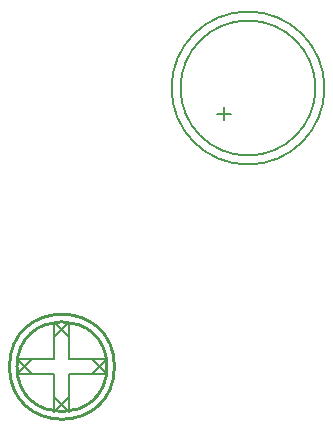
<source format=gbr>
%TF.GenerationSoftware,KiCad,Pcbnew,7.0.8*%
%TF.CreationDate,2024-06-23T22:33:46+02:00*%
%TF.ProjectId,Stima V4 Slave R1_1,5374696d-6120-4563-9420-536c61766520,rev?*%
%TF.SameCoordinates,Original*%
%TF.FileFunction,Legend,Bot*%
%TF.FilePolarity,Positive*%
%FSLAX46Y46*%
G04 Gerber Fmt 4.6, Leading zero omitted, Abs format (unit mm)*
G04 Created by KiCad (PCBNEW 7.0.8) date 2024-06-23 22:33:46*
%MOMM*%
%LPD*%
G01*
G04 APERTURE LIST*
%ADD10C,0.150000*%
%ADD11C,0.200000*%
%ADD12C,0.254000*%
G04 APERTURE END LIST*
D10*
X161658526Y-112648200D02*
X162801384Y-112648200D01*
X162229955Y-112076771D02*
X162229955Y-113219628D01*
D11*
%TO.C,*%
X169965700Y-110488400D02*
G75*
G03*
X169965700Y-110488400I-5715000J0D01*
G01*
X170727700Y-110488400D02*
G75*
G03*
X170727700Y-110488400I-6477000J0D01*
G01*
D12*
%TO.C,A5*%
X152311100Y-134086600D02*
G75*
G03*
X152311100Y-134086600I-3810000J0D01*
G01*
X152946100Y-134086600D02*
G75*
G03*
X152946100Y-134086600I-4445000J0D01*
G01*
D11*
X144691100Y-134721600D02*
X145961100Y-133451600D01*
X144691100Y-134721600D02*
X147866100Y-134721600D01*
X144691100Y-133451600D02*
X145961100Y-134721600D01*
X144691100Y-133451600D02*
X147866100Y-133451600D01*
X147866100Y-137896600D02*
X147866100Y-134721600D01*
X147866100Y-137896600D02*
X149136100Y-136626600D01*
X147866100Y-136626600D02*
X149136100Y-137896600D01*
X147866100Y-133451600D02*
X147866100Y-130276600D01*
X147866100Y-131546600D02*
X149136100Y-130276600D01*
X147866100Y-130276600D02*
X149136100Y-131546600D01*
X149136100Y-137896600D02*
X149136100Y-134721600D01*
X149136100Y-134721600D02*
X152311100Y-134721600D01*
X149136100Y-133451600D02*
X149136100Y-130276600D01*
X149136100Y-133451600D02*
X152311100Y-133451600D01*
X151041100Y-134721600D02*
X152311100Y-133451600D01*
X151041100Y-133451600D02*
X152311100Y-134721600D01*
%TD*%
M02*

</source>
